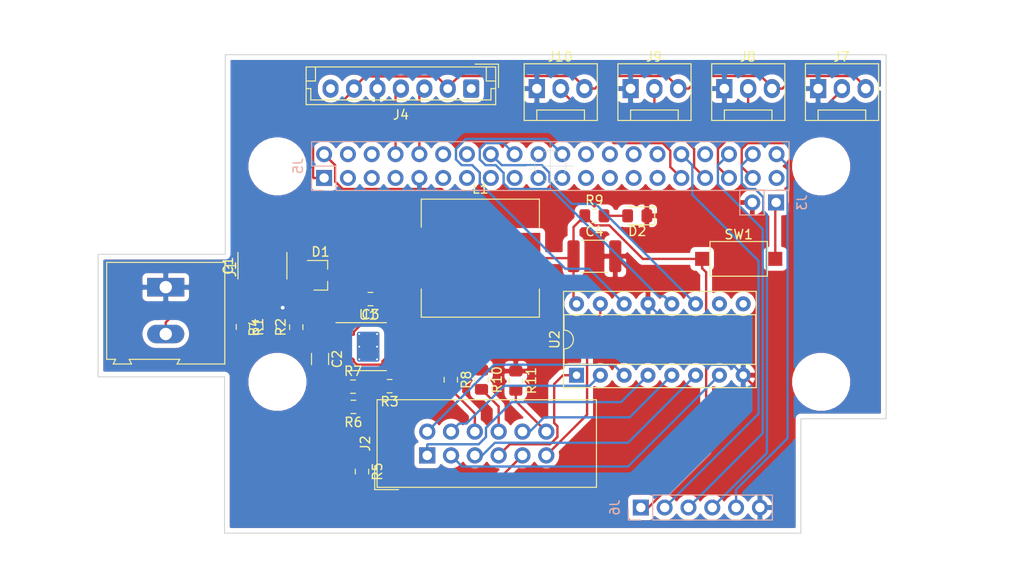
<source format=kicad_pcb>
(kicad_pcb (version 20171130) (host pcbnew "(5.1.2)-2")
  (title_block (title Saufanalge) (date 2019-06-13) (rev 0.1) (company Saufhaengerle) (comment 1 bebbo))
  (layers (0 F.Cu signal) (31 B.Cu signal) (34 B.Paste user) (35 F.Paste user) (36 B.SilkS user) (37 F.SilkS user) (38 B.Mask user) (39 F.Mask user) (44 Edge.Cuts user))
  (net 0 "")
  (net 1 +12V)
  (net 2 GND)
  (net 3 "Net-(C2-Pad1)")
  (net 4 "Net-(C2-Pad2)")
  (net 5 "Net-(C3-Pad1)")
  (net 6 "Net-(C3-Pad2)")
  (net 7 +5V)
  (net 8 "Net-(D2-Pad2)")
  (net 9 "Net-(J2-Pad1)")
  (net 10 "Net-(J2-Pad2)")
  (net 11 "Net-(J2-Pad3)")
  (net 12 "Net-(J2-Pad4)")
  (net 13 "Net-(J2-Pad5)")
  (net 14 "Net-(J2-Pad6)")
  (net 15 "Net-(J2-Pad7)")
  (net 16 "Net-(J2-Pad8)")
  (net 17 "Net-(J2-Pad9)")
  (net 18 "Net-(J2-Pad10)")
  (net 19 "Net-(J2-Pad11)")
  (net 20 "Net-(J2-Pad12)")
  (net 21 "Net-(J3-Pad1)")
  (net 22 "Net-(J4-Pad1)")
  (net 23 +3V3)
  (net 24 "Net-(J4-Pad3)")
  (net 25 "Net-(J4-Pad4)")
  (net 26 "Net-(J4-Pad7)")
  (net 27 "Net-(J5-Pad3)")
  (net 28 "Net-(J5-Pad4)")
  (net 29 "Net-(J5-Pad5)")
  (net 30 "Net-(J5-Pad6)")
  (net 31 "Net-(J5-Pad7)")
  (net 32 "Net-(J5-Pad11)")
  (net 33 "Net-(J5-Pad12)")
  (net 34 "Net-(J5-Pad13)")
  (net 35 "Net-(J5-Pad14)")
  (net 36 "Net-(J5-Pad15)")
  (net 37 "Net-(J5-Pad16)")
  (net 38 "Net-(J5-Pad17)")
  (net 39 "Net-(J5-Pad18)")
  (net 40 "Net-(J5-Pad19)")
  (net 41 "Net-(J5-Pad20)")
  (net 42 "Net-(J5-Pad21)")
  (net 43 "Net-(J5-Pad22)")
  (net 44 "Net-(J5-Pad23)")
  (net 45 "Net-(J5-Pad24)")
  (net 46 "Net-(J5-Pad25)")
  (net 47 "Net-(J5-Pad26)")
  (net 48 "Net-(J5-Pad27)")
  (net 49 "Net-(J5-Pad28)")
  (net 50 "Net-(J5-Pad29)")
  (net 51 "Net-(J5-Pad30)")
  (net 52 "Net-(J10-Pad2)")
  (net 53 "Net-(J5-Pad32)")
  (net 54 "Net-(J5-Pad33)")
  (net 55 "Net-(J5-Pad34)")
  (net 56 "Net-(J5-Pad35)")
  (net 57 "Net-(J5-Pad36)")
  (net 58 "Net-(J5-Pad37)")
  (net 59 "Net-(J5-Pad38)")
  (net 60 "Net-(J5-Pad39)")
  (net 61 "Net-(J5-Pad40)")
  (net 62 "Net-(R1-Pad2)")
  (net 63 "Net-(R3-Pad1)")
  (net 64 "Net-(R6-Pad2)")
  (net 65 "Net-(U2-Pad9)")
  (net 66 "Net-(U2-Pad10)")
  (module Capacitor_SMD:C_2220_5650Metric_Pad1.97x5.40mm_HandSolder (layer F.Cu) (at 68.7324 73.914 90)
    (fp_text reference C1 (at 0 -3.65 90) (layer F.SilkS))
    (fp_text value C)
    (pad 1 smd roundrect (at -2.6375 0 90) (size 1.975 5.4) (layers F.Cu F.Paste F.Mask) (roundrect_rratio 0.126582) (net 1 +12V))
    (pad 2 smd roundrect (at 2.6375 0 90) (size 1.975 5.4) (layers F.Cu F.Paste F.Mask) (roundrect_rratio 0.126582) (net 2 GND))
  )
  (module Capacitor_SMD:C_1206_3216Metric_Pad1.42x1.75mm_HandSolder (layer F.Cu) (at 74.8792 83.8708 270)
    (fp_text reference C2 (at 0 -1.82 90) (layer F.SilkS))
    (fp_text value C)
    (pad 1 smd roundrect (at -1.4875 0 270) (size 1.425 1.75) (layers F.Cu F.Paste F.Mask) (roundrect_rratio 0.175439) (net 3 "Net-(C2-Pad1)"))
    (pad 2 smd roundrect (at 1.4875 0 270) (size 1.425 1.75) (layers F.Cu F.Paste F.Mask) (roundrect_rratio 0.175439) (net 4 "Net-(C2-Pad2)"))
  )
  (module Capacitor_SMD:C_0805_2012Metric_Pad1.15x1.40mm_HandSolder (layer F.Cu) (at 80.255 77.47 180)
    (fp_text reference C3 (at 0 -1.65) (layer F.SilkS))
    (fp_text value C)
    (pad 1 smd roundrect (at -1.025 0 180) (size 1.15 1.4) (layers F.Cu F.Paste F.Mask) (roundrect_rratio 0.217391) (net 5 "Net-(C3-Pad1)"))
    (pad 2 smd roundrect (at 1.025 0 180) (size 1.15 1.4) (layers F.Cu F.Paste F.Mask) (roundrect_rratio 0.217391) (net 6 "Net-(C3-Pad2)"))
  )
  (module Capacitor_SMD:C_1812_4532Metric_Pad1.30x3.40mm_HandSolder (layer F.Cu) (at 104.14 72.898)
    (fp_text reference C4 (at 0 -2.65) (layer F.SilkS))
    (fp_text value C)
    (pad 1 smd roundrect (at -2.225 0) (size 1.3 3.4) (layers F.Cu F.Paste F.Mask) (roundrect_rratio 0.192308) (net 7 +5V))
    (pad 2 smd roundrect (at 2.225 0) (size 1.3 3.4) (layers F.Cu F.Paste F.Mask) (roundrect_rratio 0.192308) (net 2 GND))
  )
  (module Diode_SMD:D_SOT-23_ANK (layer F.Cu) (at 74.93 74.93)
    (fp_text reference D1 (at 0 -2.5) (layer F.SilkS))
    (fp_text value D_Schottky)
    (pad 2 smd rect (at -1 -0.95) (size 0.9 0.8) (layers F.Cu F.Paste F.Mask) (net 2 GND))
    (pad "" smd rect (at -1 0.95) (size 0.9 0.8) (layers F.Cu F.Paste F.Mask))
    (pad 1 smd rect (at 1 0) (size 0.9 0.8) (layers F.Cu F.Paste F.Mask) (net 6 "Net-(C3-Pad2)"))
  )
  (module LED_SMD:LED_0805_2012Metric_Pad1.15x1.40mm_HandSolder (layer F.Cu) (at 108.712 68.58 180)
    (fp_text reference D2 (at 0 -1.65) (layer F.SilkS))
    (fp_text value LED)
    (pad 1 smd roundrect (at -1.025 0 180) (size 1.15 1.4) (layers F.Cu F.Paste F.Mask) (roundrect_rratio 0.217391) (net 2 GND))
    (pad 2 smd roundrect (at 1.025 0 180) (size 1.15 1.4) (layers F.Cu F.Paste F.Mask) (roundrect_rratio 0.217391) (net 8 "Net-(D2-Pad2)"))
  )
  (module TerminalBlock:TerminalBlock_Altech_AK300-2_P5.00mm (layer F.Cu) (at 58.42 76.2 270)
    (fp_text reference J1 (at -1.92 -6.99 90) (layer F.SilkS))
    (fp_text value Screw_Terminal_01x02)
    (pad 1 thru_hole rect (at 0 0 270) (size 1.98 3.96) (drill 1.32) (layers *.Cu *.Mask) (net 2 GND))
    (pad 2 thru_hole oval (at 5 0 270) (size 1.98 3.96) (drill 1.32) (layers *.Cu *.Mask) (net 1 +12V))
  )
  (module Connector_IDC:IDC-Header_2x06_P2.54mm_Vertical (layer F.Cu) (at 86.3092 94.1578 90)
    (fp_text reference J2 (at 1.27 -6.604 90) (layer F.SilkS))
    (fp_text value Conn_02x06_Odd_Even)
    (pad 1 thru_hole rect (at 0 0 90) (size 1.7272 1.7272) (drill 1.016) (layers *.Cu *.Mask) (net 9 "Net-(J2-Pad1)"))
    (pad 2 thru_hole oval (at 2.54 0 90) (size 1.7272 1.7272) (drill 1.016) (layers *.Cu *.Mask) (net 10 "Net-(J2-Pad2)"))
    (pad 3 thru_hole oval (at 0 2.54 90) (size 1.7272 1.7272) (drill 1.016) (layers *.Cu *.Mask) (net 11 "Net-(J2-Pad3)"))
    (pad 4 thru_hole oval (at 2.54 2.54 90) (size 1.7272 1.7272) (drill 1.016) (layers *.Cu *.Mask) (net 12 "Net-(J2-Pad4)"))
    (pad 5 thru_hole oval (at 0 5.08 90) (size 1.7272 1.7272) (drill 1.016) (layers *.Cu *.Mask) (net 13 "Net-(J2-Pad5)"))
    (pad 6 thru_hole oval (at 2.54 5.08 90) (size 1.7272 1.7272) (drill 1.016) (layers *.Cu *.Mask) (net 14 "Net-(J2-Pad6)"))
    (pad 7 thru_hole oval (at 0 7.62 90) (size 1.7272 1.7272) (drill 1.016) (layers *.Cu *.Mask) (net 15 "Net-(J2-Pad7)"))
    (pad 8 thru_hole oval (at 2.54 7.62 90) (size 1.7272 1.7272) (drill 1.016) (layers *.Cu *.Mask) (net 16 "Net-(J2-Pad8)"))
    (pad 9 thru_hole oval (at 0 10.16 90) (size 1.7272 1.7272) (drill 1.016) (layers *.Cu *.Mask) (net 17 "Net-(J2-Pad9)"))
    (pad 10 thru_hole oval (at 2.54 10.16 90) (size 1.7272 1.7272) (drill 1.016) (layers *.Cu *.Mask) (net 18 "Net-(J2-Pad10)"))
    (pad 11 thru_hole oval (at 0 12.7 90) (size 1.7272 1.7272) (drill 1.016) (layers *.Cu *.Mask) (net 19 "Net-(J2-Pad11)"))
    (pad 12 thru_hole oval (at 2.54 12.7 90) (size 1.7272 1.7272) (drill 1.016) (layers *.Cu *.Mask) (net 20 "Net-(J2-Pad12)"))
  )
  (module Connector_PinSocket_2.54mm:PinSocket_1x02_P2.54mm_Vertical (layer B.Cu) (at 123.5202 67.1576 90)
    (fp_text reference J3 (at 0 2.77 90) (layer B.SilkS) (effects (justify mirror)))
    (fp_text value Conn_01x02_Female)
    (pad 1 thru_hole rect (at 0 0 90) (size 1.7 1.7) (drill 1) (layers *.Cu *.Mask) (net 21 "Net-(J3-Pad1)"))
    (pad 2 thru_hole oval (at 0 -2.54 90) (size 1.7 1.7) (drill 1) (layers *.Cu *.Mask) (net 2 GND))
  )
  (module Connector_JST:JST_EH_B7B-EH-A_1x07_P2.50mm_Vertical (layer F.Cu) (at 91 55 180)
    (fp_text reference J4 (at 7.5 -2.8) (layer F.SilkS))
    (fp_text value Conn_01x07_Male)
    (pad 1 thru_hole roundrect (at 0 0 180) (size 1.7 1.95) (drill 0.95) (layers *.Cu *.Mask) (roundrect_rratio 0.147059) (net 22 "Net-(J4-Pad1)"))
    (pad 2 thru_hole oval (at 2.5 0 180) (size 1.7 1.95) (drill 0.95) (layers *.Cu *.Mask) (net 23 +3V3))
    (pad 3 thru_hole oval (at 5 0 180) (size 1.7 1.95) (drill 0.95) (layers *.Cu *.Mask) (net 24 "Net-(J4-Pad3)"))
    (pad 4 thru_hole oval (at 7.5 0 180) (size 1.7 1.95) (drill 0.95) (layers *.Cu *.Mask) (net 25 "Net-(J4-Pad4)"))
    (pad 5 thru_hole oval (at 10 0 180) (size 1.7 1.95) (drill 0.95) (layers *.Cu *.Mask) (net 2 GND))
    (pad 6 thru_hole oval (at 12.5 0 180) (size 1.7 1.95) (drill 0.95) (layers *.Cu *.Mask) (net 23 +3V3))
    (pad 7 thru_hole oval (at 15 0 180) (size 1.7 1.95) (drill 0.95) (layers *.Cu *.Mask) (net 26 "Net-(J4-Pad7)"))
  )
  (module Connector_PinSocket_2.54mm:PinSocket_2x20_P2.54mm_Vertical (layer B.Cu) (at 75.311 64.5414 270)
    (fp_text reference J5 (at -1.27 2.77 270) (layer B.SilkS) (effects (justify mirror)))
    (fp_text value Conn_02x20_Odd_Even)
    (pad 1 thru_hole rect (at 0 0 270) (size 1.7 1.7) (drill 1) (layers *.Cu *.Mask) (net 23 +3V3))
    (pad 2 thru_hole oval (at -2.54 0 270) (size 1.7 1.7) (drill 1) (layers *.Cu *.Mask) (net 7 +5V))
    (pad 3 thru_hole oval (at 0 -2.54 270) (size 1.7 1.7) (drill 1) (layers *.Cu *.Mask) (net 27 "Net-(J5-Pad3)"))
    (pad 4 thru_hole oval (at -2.54 -2.54 270) (size 1.7 1.7) (drill 1) (layers *.Cu *.Mask) (net 28 "Net-(J5-Pad4)"))
    (pad 5 thru_hole oval (at 0 -5.08 270) (size 1.7 1.7) (drill 1) (layers *.Cu *.Mask) (net 29 "Net-(J5-Pad5)"))
    (pad 6 thru_hole oval (at -2.54 -5.08 270) (size 1.7 1.7) (drill 1) (layers *.Cu *.Mask) (net 30 "Net-(J5-Pad6)"))
    (pad 7 thru_hole oval (at 0 -7.62 270) (size 1.7 1.7) (drill 1) (layers *.Cu *.Mask) (net 31 "Net-(J5-Pad7)"))
    (pad 8 thru_hole oval (at -2.54 -7.62 270) (size 1.7 1.7) (drill 1) (layers *.Cu *.Mask) (net 25 "Net-(J4-Pad4)"))
    (pad 9 thru_hole oval (at 0 -10.16 270) (size 1.7 1.7) (drill 1) (layers *.Cu *.Mask) (net 2 GND))
    (pad 10 thru_hole oval (at -2.54 -10.16 270) (size 1.7 1.7) (drill 1) (layers *.Cu *.Mask) (net 24 "Net-(J4-Pad3)"))
    (pad 11 thru_hole oval (at 0 -12.7 270) (size 1.7 1.7) (drill 1) (layers *.Cu *.Mask) (net 32 "Net-(J5-Pad11)"))
    (pad 12 thru_hole oval (at -2.54 -12.7 270) (size 1.7 1.7) (drill 1) (layers *.Cu *.Mask) (net 33 "Net-(J5-Pad12)"))
    (pad 13 thru_hole oval (at 0 -15.24 270) (size 1.7 1.7) (drill 1) (layers *.Cu *.Mask) (net 34 "Net-(J5-Pad13)"))
    (pad 14 thru_hole oval (at -2.54 -15.24 270) (size 1.7 1.7) (drill 1) (layers *.Cu *.Mask) (net 35 "Net-(J5-Pad14)"))
    (pad 15 thru_hole oval (at 0 -17.78 270) (size 1.7 1.7) (drill 1) (layers *.Cu *.Mask) (net 36 "Net-(J5-Pad15)"))
    (pad 16 thru_hole oval (at -2.54 -17.78 270) (size 1.7 1.7) (drill 1) (layers *.Cu *.Mask) (net 37 "Net-(J5-Pad16)"))
    (pad 17 thru_hole oval (at 0 -20.32 270) (size 1.7 1.7) (drill 1) (layers *.Cu *.Mask) (net 38 "Net-(J5-Pad17)"))
    (pad 18 thru_hole oval (at -2.54 -20.32 270) (size 1.7 1.7) (drill 1) (layers *.Cu *.Mask) (net 39 "Net-(J5-Pad18)"))
    (pad 19 thru_hole oval (at 0 -22.86 270) (size 1.7 1.7) (drill 1) (layers *.Cu *.Mask) (net 40 "Net-(J5-Pad19)"))
    (pad 20 thru_hole oval (at -2.54 -22.86 270) (size 1.7 1.7) (drill 1) (layers *.Cu *.Mask) (net 41 "Net-(J5-Pad20)"))
    (pad 21 thru_hole oval (at 0 -25.4 270) (size 1.7 1.7) (drill 1) (layers *.Cu *.Mask) (net 42 "Net-(J5-Pad21)"))
    (pad 22 thru_hole oval (at -2.54 -25.4 270) (size 1.7 1.7) (drill 1) (layers *.Cu *.Mask) (net 43 "Net-(J5-Pad22)"))
    (pad 23 thru_hole oval (at 0 -27.94 270) (size 1.7 1.7) (drill 1) (layers *.Cu *.Mask) (net 44 "Net-(J5-Pad23)"))
    (pad 24 thru_hole oval (at -2.54 -27.94 270) (size 1.7 1.7) (drill 1) (layers *.Cu *.Mask) (net 45 "Net-(J5-Pad24)"))
    (pad 25 thru_hole oval (at 0 -30.48 270) (size 1.7 1.7) (drill 1) (layers *.Cu *.Mask) (net 46 "Net-(J5-Pad25)"))
    (pad 26 thru_hole oval (at -2.54 -30.48 270) (size 1.7 1.7) (drill 1) (layers *.Cu *.Mask) (net 47 "Net-(J5-Pad26)"))
    (pad 27 thru_hole oval (at 0 -33.02 270) (size 1.7 1.7) (drill 1) (layers *.Cu *.Mask) (net 48 "Net-(J5-Pad27)"))
    (pad 28 thru_hole oval (at -2.54 -33.02 270) (size 1.7 1.7) (drill 1) (layers *.Cu *.Mask) (net 49 "Net-(J5-Pad28)"))
    (pad 29 thru_hole oval (at 0 -35.56 270) (size 1.7 1.7) (drill 1) (layers *.Cu *.Mask) (net 50 "Net-(J5-Pad29)"))
    (pad 30 thru_hole oval (at -2.54 -35.56 270) (size 1.7 1.7) (drill 1) (layers *.Cu *.Mask) (net 51 "Net-(J5-Pad30)"))
    (pad 31 thru_hole oval (at 0 -38.1 270) (size 1.7 1.7) (drill 1) (layers *.Cu *.Mask) (net 52 "Net-(J10-Pad2)"))
    (pad 32 thru_hole oval (at -2.54 -38.1 270) (size 1.7 1.7) (drill 1) (layers *.Cu *.Mask) (net 53 "Net-(J5-Pad32)"))
    (pad 33 thru_hole oval (at 0 -40.64 270) (size 1.7 1.7) (drill 1) (layers *.Cu *.Mask) (net 54 "Net-(J5-Pad33)"))
    (pad 34 thru_hole oval (at -2.54 -40.64 270) (size 1.7 1.7) (drill 1) (layers *.Cu *.Mask) (net 55 "Net-(J5-Pad34)"))
    (pad 35 thru_hole oval (at 0 -43.18 270) (size 1.7 1.7) (drill 1) (layers *.Cu *.Mask) (net 56 "Net-(J5-Pad35)"))
    (pad 36 thru_hole oval (at -2.54 -43.18 270) (size 1.7 1.7) (drill 1) (layers *.Cu *.Mask) (net 57 "Net-(J5-Pad36)"))
    (pad 37 thru_hole oval (at 0 -45.72 270) (size 1.7 1.7) (drill 1) (layers *.Cu *.Mask) (net 58 "Net-(J5-Pad37)"))
    (pad 38 thru_hole oval (at -2.54 -45.72 270) (size 1.7 1.7) (drill 1) (layers *.Cu *.Mask) (net 59 "Net-(J5-Pad38)"))
    (pad 39 thru_hole oval (at 0 -48.26 270) (size 1.7 1.7) (drill 1) (layers *.Cu *.Mask) (net 60 "Net-(J5-Pad39)"))
    (pad 40 thru_hole oval (at -2.54 -48.26 270) (size 1.7 1.7) (drill 1) (layers *.Cu *.Mask) (net 61 "Net-(J5-Pad40)"))
  )
  (module Connector_PinSocket_2.54mm:PinSocket_1x06_P2.54mm_Vertical (layer B.Cu) (at 109.093 99.7204 270)
    (fp_text reference J6 (at 0 2.77 90) (layer B.SilkS) (effects (justify mirror)))
    (fp_text value Conn_01x06_Female)
    (pad 1 thru_hole rect (at 0 0 270) (size 1.7 1.7) (drill 1) (layers *.Cu *.Mask) (net 7 +5V))
    (pad 2 thru_hole oval (at 0 -2.54 270) (size 1.7 1.7) (drill 1) (layers *.Cu *.Mask) (net 53 "Net-(J5-Pad32)"))
    (pad 3 thru_hole oval (at 0 -5.08 270) (size 1.7 1.7) (drill 1) (layers *.Cu *.Mask) (net 57 "Net-(J5-Pad36)"))
    (pad 4 thru_hole oval (at 0 -7.62 270) (size 1.7 1.7) (drill 1) (layers *.Cu *.Mask) (net 59 "Net-(J5-Pad38)"))
    (pad 5 thru_hole oval (at 0 -10.16 270) (size 1.7 1.7) (drill 1) (layers *.Cu *.Mask) (net 61 "Net-(J5-Pad40)"))
    (pad 6 thru_hole oval (at 0 -12.7 270) (size 1.7 1.7) (drill 1) (layers *.Cu *.Mask) (net 2 GND))
  )
  (module Connector:FanPinHeader_1x03_P2.54mm_Vertical (layer F.Cu) (at 128 55)
    (fp_text reference J7 (at 2.5 -3.4) (layer F.SilkS))
    (fp_text value Conn_01x03_Male)
    (pad 1 thru_hole rect (at 0 0 90) (size 2.03 1.73) (drill 1.02) (layers *.Cu *.Mask) (net 2 GND))
    (pad 2 thru_hole oval (at 2.54 0 90) (size 2.03 1.73) (drill 1.02) (layers *.Cu *.Mask) (net 58 "Net-(J5-Pad37)"))
    (pad 3 thru_hole oval (at 5.08 0 90) (size 2.03 1.73) (drill 1.02) (layers *.Cu *.Mask) (net 23 +3V3))
  )
  (module Connector:FanPinHeader_1x03_P2.54mm_Vertical (layer F.Cu) (at 118 55)
    (fp_text reference J8 (at 2.5 -3.4) (layer F.SilkS))
    (fp_text value Conn_01x03_Male)
    (pad 3 thru_hole oval (at 5.08 0 90) (size 2.03 1.73) (drill 1.02) (layers *.Cu *.Mask) (net 23 +3V3))
    (pad 2 thru_hole oval (at 2.54 0 90) (size 2.03 1.73) (drill 1.02) (layers *.Cu *.Mask) (net 56 "Net-(J5-Pad35)"))
    (pad 1 thru_hole rect (at 0 0 90) (size 2.03 1.73) (drill 1.02) (layers *.Cu *.Mask) (net 2 GND))
  )
  (module Connector:FanPinHeader_1x03_P2.54mm_Vertical (layer F.Cu) (at 108 55)
    (fp_text reference J9 (at 2.5 -3.4) (layer F.SilkS))
    (fp_text value Conn_01x03_Male)
    (pad 1 thru_hole rect (at 0 0 90) (size 2.03 1.73) (drill 1.02) (layers *.Cu *.Mask) (net 2 GND))
    (pad 2 thru_hole oval (at 2.54 0 90) (size 2.03 1.73) (drill 1.02) (layers *.Cu *.Mask) (net 54 "Net-(J5-Pad33)"))
    (pad 3 thru_hole oval (at 5.08 0 90) (size 2.03 1.73) (drill 1.02) (layers *.Cu *.Mask) (net 23 +3V3))
  )
  (module Connector:FanPinHeader_1x03_P2.54mm_Vertical (layer F.Cu) (at 98 55)
    (fp_text reference J10 (at 2.5 -3.4) (layer F.SilkS))
    (fp_text value Conn_01x03_Male)
    (pad 3 thru_hole oval (at 5.08 0 90) (size 2.03 1.73) (drill 1.02) (layers *.Cu *.Mask) (net 23 +3V3))
    (pad 2 thru_hole oval (at 2.54 0 90) (size 2.03 1.73) (drill 1.02) (layers *.Cu *.Mask) (net 52 "Net-(J10-Pad2)"))
    (pad 1 thru_hole rect (at 0 0 90) (size 2.03 1.73) (drill 1.02) (layers *.Cu *.Mask) (net 2 GND))
  )
  (module Inductor_SMD:L_12x12mm_H8mm (layer F.Cu) (at 91.9734 73.1012)
    (fp_text reference L1 (at 0 -7.4) (layer F.SilkS))
    (fp_text value L)
    (pad 1 smd rect (at -4.95 0) (size 2.9 5.4) (layers F.Cu F.Paste F.Mask) (net 6 "Net-(C3-Pad2)"))
    (pad 2 smd rect (at 4.95 0) (size 2.9 5.4) (layers F.Cu F.Paste F.Mask) (net 7 +5V))
  )
  (module Resistor_SMD:R_0805_2012Metric_Pad1.15x1.40mm_HandSolder (layer F.Cu) (at 66.6496 80.4418 270)
    (fp_text reference R1 (at 0 -1.65 90) (layer F.SilkS))
    (fp_text value R)
    (pad 1 smd roundrect (at -1.025 0 270) (size 1.15 1.4) (layers F.Cu F.Paste F.Mask) (roundrect_rratio 0.217391) (net 1 +12V))
    (pad 2 smd roundrect (at 1.025 0 270) (size 1.15 1.4) (layers F.Cu F.Paste F.Mask) (roundrect_rratio 0.217391) (net 62 "Net-(R1-Pad2)"))
  )
  (module Resistor_SMD:R_0805_2012Metric_Pad1.15x1.40mm_HandSolder (layer F.Cu) (at 72.3392 80.4672 90)
    (fp_text reference R2 (at 0 -1.65 90) (layer F.SilkS))
    (fp_text value R)
    (pad 1 smd roundrect (at -1.025 0 90) (size 1.15 1.4) (layers F.Cu F.Paste F.Mask) (roundrect_rratio 0.217391) (net 62 "Net-(R1-Pad2)"))
    (pad 2 smd roundrect (at 1.025 0 90) (size 1.15 1.4) (layers F.Cu F.Paste F.Mask) (roundrect_rratio 0.217391) (net 2 GND))
  )
  (module Resistor_SMD:R_0805_2012Metric_Pad1.15x1.40mm_HandSolder (layer F.Cu) (at 82.296 86.7664 180)
    (fp_text reference R3 (at 0 -1.65) (layer F.SilkS))
    (fp_text value R)
    (pad 2 smd roundrect (at 1.025 0 180) (size 1.15 1.4) (layers F.Cu F.Paste F.Mask) (roundrect_rratio 0.217391) (net 2 GND))
    (pad 1 smd roundrect (at -1.025 0 180) (size 1.15 1.4) (layers F.Cu F.Paste F.Mask) (roundrect_rratio 0.217391) (net 63 "Net-(R3-Pad1)"))
  )
  (module Resistor_SMD:R_0805_2012Metric_Pad1.15x1.40mm_HandSolder (layer F.Cu) (at 69.4944 80.4926 90)
    (fp_text reference R4 (at 0 -1.65 90) (layer F.SilkS))
    (fp_text value R)
    (pad 1 smd roundrect (at -1.025 0 90) (size 1.15 1.4) (layers F.Cu F.Paste F.Mask) (roundrect_rratio 0.217391) (net 4 "Net-(C2-Pad2)"))
    (pad 2 smd roundrect (at 1.025 0 90) (size 1.15 1.4) (layers F.Cu F.Paste F.Mask) (roundrect_rratio 0.217391) (net 2 GND))
  )
  (module Resistor_SMD:R_0805_2012Metric_Pad1.15x1.40mm_HandSolder (layer F.Cu) (at 79.3496 95.885 270)
    (fp_text reference R5 (at 0 -1.65 90) (layer F.SilkS))
    (fp_text value R)
    (pad 1 smd roundrect (at -1.025 0 270) (size 1.15 1.4) (layers F.Cu F.Paste F.Mask) (roundrect_rratio 0.217391) (net 2 GND))
    (pad 2 smd roundrect (at 1.025 0 270) (size 1.15 1.4) (layers F.Cu F.Paste F.Mask) (roundrect_rratio 0.217391) (net 17 "Net-(J2-Pad9)"))
  )
  (module Resistor_SMD:R_0805_2012Metric_Pad1.15x1.40mm_HandSolder (layer F.Cu) (at 78.4352 88.9762 180)
    (fp_text reference R6 (at 0 -1.65) (layer F.SilkS))
    (fp_text value R)
    (pad 2 smd roundrect (at 1.025 0 180) (size 1.15 1.4) (layers F.Cu F.Paste F.Mask) (roundrect_rratio 0.217391) (net 64 "Net-(R6-Pad2)"))
    (pad 1 smd roundrect (at -1.025 0 180) (size 1.15 1.4) (layers F.Cu F.Paste F.Mask) (roundrect_rratio 0.217391) (net 7 +5V))
  )
  (module Resistor_SMD:R_0805_2012Metric_Pad1.15x1.40mm_HandSolder (layer F.Cu) (at 78.4008 86.8172)
    (fp_text reference R7 (at 0 -1.65) (layer F.SilkS))
    (fp_text value R)
    (pad 1 smd roundrect (at -1.025 0) (size 1.15 1.4) (layers F.Cu F.Paste F.Mask) (roundrect_rratio 0.217391) (net 64 "Net-(R6-Pad2)"))
    (pad 2 smd roundrect (at 1.025 0) (size 1.15 1.4) (layers F.Cu F.Paste F.Mask) (roundrect_rratio 0.217391) (net 2 GND))
  )
  (module Resistor_SMD:R_0805_2012Metric_Pad1.15x1.40mm_HandSolder (layer F.Cu) (at 88.8238 86.0806 270)
    (fp_text reference R8 (at 0 -1.65 90) (layer F.SilkS))
    (fp_text value R)
    (pad 1 smd roundrect (at -1.025 0 270) (size 1.15 1.4) (layers F.Cu F.Paste F.Mask) (roundrect_rratio 0.217391) (net 2 GND))
    (pad 2 smd roundrect (at 1.025 0 270) (size 1.15 1.4) (layers F.Cu F.Paste F.Mask) (roundrect_rratio 0.217391) (net 14 "Net-(J2-Pad6)"))
  )
  (module Resistor_SMD:R_0805_2012Metric_Pad1.15x1.40mm_HandSolder (layer F.Cu) (at 104.14 68.58)
    (fp_text reference R9 (at 0 -1.65) (layer F.SilkS))
    (fp_text value R)
    (pad 2 smd roundrect (at 1.025 0) (size 1.15 1.4) (layers F.Cu F.Paste F.Mask) (roundrect_rratio 0.217391) (net 8 "Net-(D2-Pad2)"))
    (pad 1 smd roundrect (at -1.025 0) (size 1.15 1.4) (layers F.Cu F.Paste F.Mask) (roundrect_rratio 0.217391) (net 7 +5V))
  )
  (module Resistor_SMD:R_0805_2012Metric_Pad1.15x1.40mm_HandSolder (layer F.Cu) (at 92.1004 86.0806 270)
    (fp_text reference R10 (at 0 -1.65 90) (layer F.SilkS))
    (fp_text value R)
    (pad 2 smd roundrect (at 1.025 0 270) (size 1.15 1.4) (layers F.Cu F.Paste F.Mask) (roundrect_rratio 0.217391) (net 16 "Net-(J2-Pad8)"))
    (pad 1 smd roundrect (at -1.025 0 270) (size 1.15 1.4) (layers F.Cu F.Paste F.Mask) (roundrect_rratio 0.217391) (net 2 GND))
  )
  (module Resistor_SMD:R_0805_2012Metric_Pad1.15x1.40mm_HandSolder (layer F.Cu) (at 95.758 86.1822 270)
    (fp_text reference R11 (at 0 -1.65 90) (layer F.SilkS))
    (fp_text value R)
    (pad 2 smd roundrect (at 1.025 0 270) (size 1.15 1.4) (layers F.Cu F.Paste F.Mask) (roundrect_rratio 0.217391) (net 20 "Net-(J2-Pad12)"))
    (pad 1 smd roundrect (at -1.025 0 270) (size 1.15 1.4) (layers F.Cu F.Paste F.Mask) (roundrect_rratio 0.217391) (net 2 GND))
  )
  (module Button_Switch_SMD:SW_SPST_CK_RS282G05A3 (layer F.Cu) (at 119.5324 73.1774)
    (fp_text reference SW1 (at 0 -2.6) (layer F.SilkS))
    (fp_text value SW_Push)
    (pad 1 smd rect (at -3.9 0) (size 1.5 1.5) (layers F.Cu F.Paste F.Mask) (net 7 +5V))
    (pad 2 smd rect (at 3.9 0) (size 1.5 1.5) (layers F.Cu F.Paste F.Mask) (net 21 "Net-(J3-Pad1)"))
  )
  (module Package_SO:HTSOP-8-1EP_3.9x4.9mm_P1.27mm_EP2.4x3.2mm_ThermalVias (layer F.Cu) (at 80.01 82.55)
    (fp_text reference U1 (at 0 -3.4) (layer F.SilkS))
    (fp_text value BD9G341EFJ)
    (pad 9 smd roundrect (at 0 0) (size 2.4 3.2) (layers F.Cu F.Mask) (roundrect_rratio 0.104167))
    (pad 9 thru_hole circle (at -0.95 -1.35) (size 0.5 0.5) (drill 0.2) (layers *.Cu))
    (pad 9 thru_hole circle (at 0.95 -1.35) (size 0.5 0.5) (drill 0.2) (layers *.Cu))
    (pad 9 thru_hole circle (at -0.95 0) (size 0.5 0.5) (drill 0.2) (layers *.Cu))
    (pad 9 thru_hole circle (at 0.95 0) (size 0.5 0.5) (drill 0.2) (layers *.Cu))
    (pad 9 thru_hole circle (at -0.95 1.35) (size 0.5 0.5) (drill 0.2) (layers *.Cu))
    (pad 9 thru_hole circle (at 0.95 1.35) (size 0.5 0.5) (drill 0.2) (layers *.Cu))
    (pad 9 smd roundrect (at 0 0) (size 2.4 3.2) (layers B.Cu) (roundrect_rratio 0.104167))
    (pad 1 smd roundrect (at -2.65 -1.905) (size 1.6 0.6) (layers F.Cu F.Paste F.Mask) (net 6 "Net-(C3-Pad2)"))
    (pad 2 smd roundrect (at -2.65 -0.635) (size 1.6 0.6) (layers F.Cu F.Paste F.Mask) (net 2 GND))
    (pad 3 smd roundrect (at -2.65 0.635) (size 1.6 0.6) (layers F.Cu F.Paste F.Mask) (net 3 "Net-(C2-Pad1)"))
    (pad 4 smd roundrect (at -2.65 1.905) (size 1.6 0.6) (layers F.Cu F.Paste F.Mask) (net 64 "Net-(R6-Pad2)"))
    (pad 5 smd roundrect (at 2.65 1.905) (size 1.6 0.6) (layers F.Cu F.Paste F.Mask) (net 63 "Net-(R3-Pad1)"))
    (pad 6 smd roundrect (at 2.65 0.635) (size 1.6 0.6) (layers F.Cu F.Paste F.Mask) (net 62 "Net-(R1-Pad2)"))
    (pad 7 smd roundrect (at 2.65 -0.635) (size 1.6 0.6) (layers F.Cu F.Paste F.Mask) (net 5 "Net-(C3-Pad1)"))
    (pad 8 smd roundrect (at 2.65 -1.905) (size 1.6 0.6) (layers F.Cu F.Paste F.Mask) (net 1 +12V))
  )
  (module Package_DIP:DIP-16_W7.62mm_Socket (layer F.Cu) (at 102.235 85.598 90)
    (fp_text reference U2 (at 3.81 -2.33 90) (layer F.SilkS))
    (fp_text value 74HC595)
    (pad 1 thru_hole rect (at 0 0 90) (size 1.6 1.6) (drill 0.8) (layers *.Cu *.Mask) (net 15 "Net-(J2-Pad7)"))
    (pad 9 thru_hole oval (at 7.62 17.78 90) (size 1.6 1.6) (drill 0.8) (layers *.Cu *.Mask) (net 65 "Net-(U2-Pad9)"))
    (pad 2 thru_hole oval (at 0 2.54 90) (size 1.6 1.6) (drill 0.8) (layers *.Cu *.Mask) (net 12 "Net-(J2-Pad4)"))
    (pad 10 thru_hole oval (at 7.62 15.24 90) (size 1.6 1.6) (drill 0.8) (layers *.Cu *.Mask) (net 66 "Net-(U2-Pad10)"))
    (pad 3 thru_hole oval (at 0 5.08 90) (size 1.6 1.6) (drill 0.8) (layers *.Cu *.Mask) (net 10 "Net-(J2-Pad2)"))
    (pad 11 thru_hole oval (at 7.62 12.7 90) (size 1.6 1.6) (drill 0.8) (layers *.Cu *.Mask) (net 37 "Net-(J5-Pad16)"))
    (pad 4 thru_hole oval (at 0 7.62 90) (size 1.6 1.6) (drill 0.8) (layers *.Cu *.Mask) (net 9 "Net-(J2-Pad1)"))
    (pad 12 thru_hole oval (at 7.62 10.16 90) (size 1.6 1.6) (drill 0.8) (layers *.Cu *.Mask) (net 39 "Net-(J5-Pad18)"))
    (pad 5 thru_hole oval (at 0 10.16 90) (size 1.6 1.6) (drill 0.8) (layers *.Cu *.Mask) (net 18 "Net-(J2-Pad10)"))
    (pad 13 thru_hole oval (at 7.62 7.62 90) (size 1.6 1.6) (drill 0.8) (layers *.Cu *.Mask) (net 2 GND))
    (pad 6 thru_hole oval (at 0 12.7 90) (size 1.6 1.6) (drill 0.8) (layers *.Cu *.Mask) (net 13 "Net-(J2-Pad5)"))
    (pad 14 thru_hole oval (at 7.62 5.08 90) (size 1.6 1.6) (drill 0.8) (layers *.Cu *.Mask) (net 43 "Net-(J5-Pad22)"))
    (pad 7 thru_hole oval (at 0 15.24 90) (size 1.6 1.6) (drill 0.8) (layers *.Cu *.Mask) (net 11 "Net-(J2-Pad3)"))
    (pad 15 thru_hole oval (at 7.62 2.54 90) (size 1.6 1.6) (drill 0.8) (layers *.Cu *.Mask) (net 19 "Net-(J2-Pad11)"))
    (pad 8 thru_hole oval (at 0 17.78 90) (size 1.6 1.6) (drill 0.8) (layers *.Cu *.Mask) (net 2 GND))
    (pad 16 thru_hole oval (at 7.62 0 90) (size 1.6 1.6) (drill 0.8) (layers *.Cu *.Mask) (net 7 +5V))
  )
  (module RPi_Hat:RPi_Hat_Mounting_Hole (layer F.Cu) (at 70.3306 86.306)
    (fp_text reference "" hide)
    (fp_text value "" hide)
    (pad "" np_thru_hole circle (at 0 0) (size 2.75 2.75) (drill 2.75) (layers *.Cu *.Mask) (clearance 1.725))
  )
  (module RPi_Hat:RPi_Hat_Mounting_Hole (layer F.Cu) (at 128.3306 63.306)
    (fp_text reference "" hide)
    (fp_text value "" hide)
    (pad "" np_thru_hole circle (at 0 0) (size 2.75 2.75) (drill 2.75) (layers *.Cu *.Mask) (clearance 1.725))
  )
  (module RPi_Hat:RPi_Hat_Mounting_Hole (layer F.Cu) (at 128.3306 86.306)
    (fp_text reference "" hide)
    (fp_text value "" hide)
    (pad "" np_thru_hole circle (at 0 0) (size 2.75 2.75) (drill 2.75) (layers *.Cu *.Mask) (clearance 1.725))
  )
  (module RPi_Hat:RPi_Hat_Mounting_Hole (layer F.Cu) (at 70.3306 63.306)
    (fp_text reference "" hide)
    (fp_text value "" hide)
    (pad "" np_thru_hole circle (at 0 0) (size 2.75 2.75) (drill 2.75) (layers *.Cu *.Mask) (clearance 1.725))
  )
  (gr_line (start 64.77 72.6948) (end 51.2064 72.6948) (layer Edge.Cuts) (width 0.1))
  (gr_line (start 64.77 72.6948) (end 64.77 51.3842) (layer Edge.Cuts) (width 0.1))
  (gr_line (start 51.2064 85.7758) (end 51.2064 72.6948) (layer Edge.Cuts) (width 0.1))
  (gr_line (start 64.6938 85.7758) (end 51.2064 85.7758) (layer Edge.Cuts) (width 0.1))
  (gr_line (start 64.6938 102.4636) (end 64.6938 85.7758) (layer Edge.Cuts) (width 0.1))
  (gr_line (start 126.1618 102.4636) (end 64.6938 102.4636) (layer Edge.Cuts) (width 0.1))
  (gr_line (start 126.1618 90.2462) (end 126.1618 102.4636) (layer Edge.Cuts) (width 0.1))
  (gr_line (start 135.255 90.2462) (end 126.1618 90.2462) (layer Edge.Cuts) (width 0.1))
  (gr_line (start 135.255 51.3842) (end 135.255 90.2462) (layer Edge.Cuts) (width 0.1))
  (gr_line (start 64.77 51.3842) (end 135.255 51.3842) (layer Edge.Cuts) (width 0.1))
  (target plus (at 99.441 63.2714) (size 5) (width 0.05) (layer Edge.Cuts))
  (segment (start 79.17252 80.27429) (end 82.28929 80.27429) (width 0.25) (layer F.Cu) (net 1))
  (segment (start 78.48499 80.96182) (end 79.17252 80.27429) (width 0.25) (layer F.Cu) (net 1))
  (segment (start 78.48499 81.23021) (end 78.48499 80.96182) (width 0.25) (layer F.Cu) (net 1))
  (segment (start 82.28929 80.27429) (end 82.66 80.645) (width 0.25) (layer F.Cu) (net 1))
  (segment (start 58.42 79.96) (end 58.42 81.2) (width 0.25) (layer F.Cu) (net 1))
  (segment (start 58.9632 79.4168) (end 58.42 79.96) (width 0.25) (layer F.Cu) (net 1))
  (segment (start 66.6496 79.4168) (end 58.9632 79.4168) (width 0.25) (layer F.Cu) (net 1))
  (segment (start 66.6496 78.6343) (end 68.7324 76.5515) (width 0.25) (layer F.Cu) (net 1))
  (segment (start 66.6496 79.4168) (end 66.6496 78.6343) (width 0.25) (layer F.Cu) (net 1))
  (segment (start 71.5324 76.5515) (end 68.7324 76.5515) (width 0.25) (layer F.Cu) (net 1))
  (segment (start 75.67303 80.69213) (end 71.5324 76.5515) (width 0.25) (layer F.Cu) (net 1))
  (segment (start 78.44519 81.27001) (end 78.48499 81.23021) (width 0.25) (layer F.Cu) (net 1))
  (segment (start 76.513242 81.27001) (end 78.44519 81.27001) (width 0.25) (layer F.Cu) (net 1))
  (segment (start 75.935362 80.69213) (end 76.513242 81.27001) (width 0.25) (layer F.Cu) (net 1))
  (segment (start 75.67303 80.69213) (end 75.935362 80.69213) (width 0.25) (layer F.Cu) (net 1))
  (segment (start 121.793 87.376) (end 121.793 99.7204) (width 0.25) (layer F.Cu) (net 2))
  (segment (start 120.015 85.598) (end 121.793 87.376) (width 0.25) (layer F.Cu) (net 2))
  (segment (start 109.855 76.388) (end 106.365 72.898) (width 0.25) (layer F.Cu) (net 2))
  (segment (start 109.855 77.978) (end 109.855 76.388) (width 0.25) (layer F.Cu) (net 2))
  (segment (start 119.215001 84.798001) (end 120.015 85.598) (width 0.25) (layer B.Cu) (net 2))
  (segment (start 118.889999 84.472999) (end 119.215001 84.798001) (width 0.25) (layer B.Cu) (net 2))
  (segment (start 116.349999 84.472999) (end 118.889999 84.472999) (width 0.25) (layer B.Cu) (net 2))
  (segment (start 109.855 77.978) (end 116.349999 84.472999) (width 0.25) (layer B.Cu) (net 2))
  (segment (start 72.962572 80.065572) (end 72.3392 79.4422) (width 0.25) (layer F.Cu) (net 2))
  (segment (start 74.039139 81.142139) (end 72.962572 80.065572) (width 0.25) (layer F.Cu) (net 2))
  (segment (start 75.538729 81.142139) (end 74.039139 81.142139) (width 0.25) (layer F.Cu) (net 2))
  (segment (start 76.31159 81.915) (end 75.538729 81.142139) (width 0.25) (layer F.Cu) (net 2))
  (segment (start 77.36 81.915) (end 76.31159 81.915) (width 0.25) (layer F.Cu) (net 2))
  (segment (start 78.4098 87.8332) (end 78.4098 90.5002) (width 0.25) (layer F.Cu) (net 2))
  (segment (start 79.4258 86.8172) (end 78.4098 87.8332) (width 0.25) (layer F.Cu) (net 2))
  (via (at 70.8914 78.3844) (size 0.6) (drill 0.4) (layers F.Cu B.Cu) (net 2))
  (segment (start 77.260153 83.085153) (end 77.36 83.185) (width 0.25) (layer F.Cu) (net 3))
  (segment (start 76.98929 82.81429) (end 77.36 83.185) (width 0.25) (layer F.Cu) (net 3))
  (segment (start 76.28519 82.81429) (end 76.98929 82.81429) (width 0.25) (layer F.Cu) (net 3))
  (segment (start 75.8542 82.3833) (end 76.28519 82.81429) (width 0.25) (layer F.Cu) (net 3))
  (segment (start 74.8792 82.3833) (end 75.8542 82.3833) (width 0.25) (layer F.Cu) (net 3))
  (segment (start 69.4944 81.5176) (end 70.77641 81.5176) (width 0.25) (layer F.Cu) (net 4))
  (segment (start 74.8792 85.1998) (end 73.082991 83.403591) (width 0.25) (layer F.Cu) (net 4))
  (segment (start 74.8792 85.3583) (end 74.8792 85.1998) (width 0.25) (layer F.Cu) (net 4))
  (segment (start 71.65102 82.39221) (end 70.77641 81.5176) (width 0.25) (layer F.Cu) (net 4))
  (segment (start 72.58781 82.39221) (end 71.65102 82.39221) (width 0.25) (layer F.Cu) (net 4))
  (segment (start 73.082991 82.887391) (end 72.58781 82.39221) (width 0.25) (layer F.Cu) (net 4))
  (segment (start 73.082991 83.403591) (end 73.082991 82.887391) (width 0.25) (layer F.Cu) (net 4))
  (segment (start 81.903372 78.093372) (end 81.28 77.47) (width 0.25) (layer F.Cu) (net 5))
  (segment (start 83.78501 79.97501) (end 81.903372 78.093372) (width 0.25) (layer F.Cu) (net 5))
  (segment (start 83.78501 80.991758) (end 83.78501 79.97501) (width 0.25) (layer F.Cu) (net 5))
  (segment (start 83.232478 81.54429) (end 83.78501 80.991758) (width 0.25) (layer F.Cu) (net 5))
  (segment (start 83.03071 81.54429) (end 83.232478 81.54429) (width 0.25) (layer F.Cu) (net 5))
  (segment (start 82.66 81.915) (end 83.03071 81.54429) (width 0.25) (layer F.Cu) (net 5))
  (segment (start 75.93 75.58) (end 75.93 74.93) (width 0.25) (layer F.Cu) (net 6))
  (segment (start 77.82 77.47) (end 75.93 75.58) (width 0.25) (layer F.Cu) (net 6))
  (segment (start 79.23 77.47) (end 77.82 77.47) (width 0.25) (layer F.Cu) (net 6))
  (segment (start 79.23 78.775) (end 77.36 80.645) (width 0.25) (layer F.Cu) (net 6))
  (segment (start 79.23 77.47) (end 79.23 78.775) (width 0.25) (layer F.Cu) (net 6))
  (segment (start 83.5988 73.1012) (end 87.0234 73.1012) (width 0.25) (layer F.Cu) (net 6))
  (segment (start 79.23 77.47) (end 83.5988 73.1012) (width 0.25) (layer F.Cu) (net 6))
  (segment (start 101.915 69.78) (end 103.115 68.58) (width 0.25) (layer F.Cu) (net 7))
  (segment (start 101.915 72.898) (end 101.915 69.78) (width 0.25) (layer F.Cu) (net 7))
  (segment (start 103.738372 69.203372) (end 103.115 68.58) (width 0.25) (layer F.Cu) (net 7))
  (segment (start 104.14001 69.60501) (end 103.738372 69.203372) (width 0.25) (layer F.Cu) (net 7))
  (segment (start 105.7352 69.60501) (end 104.14001 69.60501) (width 0.25) (layer F.Cu) (net 7))
  (segment (start 109.30759 73.1774) (end 105.7352 69.60501) (width 0.25) (layer F.Cu) (net 7))
  (segment (start 115.6324 73.1774) (end 109.30759 73.1774) (width 0.25) (layer F.Cu) (net 7))
  (segment (start 101.727 77.47) (end 102.235 77.978) (width 0.25) (layer F.Cu) (net 7))
  (segment (start 115.6324 74.1774) (end 115.6324 73.1774) (width 0.25) (layer F.Cu) (net 7))
  (segment (start 116.060001 74.605001) (end 115.6324 74.1774) (width 0.25) (layer F.Cu) (net 7))
  (segment (start 116.060001 93.554397) (end 116.060001 74.605001) (width 0.25) (layer F.Cu) (net 7))
  (segment (start 109.893998 99.7204) (end 116.060001 93.554397) (width 0.25) (layer F.Cu) (net 7))
  (segment (start 109.093 99.7204) (end 109.893998 99.7204) (width 0.25) (layer F.Cu) (net 7))
  (segment (start 82.69939 88.9762) (end 85.3186 86.35699) (width 0.25) (layer F.Cu) (net 7))
  (segment (start 79.4602 88.9762) (end 82.69939 88.9762) (width 0.25) (layer F.Cu) (net 7))
  (segment (start 85.3186 86.35699) (end 85.3186 79.3242) (width 0.25) (layer F.Cu) (net 7))
  (segment (start 89.0004 79.3242) (end 95.2234 73.1012) (width 0.25) (layer F.Cu) (net 7))
  (segment (start 85.3186 79.3242) (end 89.0004 79.3242) (width 0.25) (layer F.Cu) (net 7))
  (segment (start 101.7118 73.1012) (end 101.915 72.898) (width 0.25) (layer F.Cu) (net 7))
  (segment (start 96.9234 73.1012) (end 101.7118 73.1012) (width 0.25) (layer F.Cu) (net 7))
  (segment (start 76.160999 62.851399) (end 75.311 62.0014) (width 0.25) (layer F.Cu) (net 7))
  (segment (start 96.9234 73.1012) (end 95.2234 73.1012) (width 0.25) (layer F.Cu) (net 7))
  (segment (start 95.2234 73.1012) (end 87.838601 65.716401) (width 0.25) (layer F.Cu) (net 7))
  (segment (start 87.838601 65.716401) (end 77.286999 65.716401) (width 0.25) (layer F.Cu) (net 7))
  (segment (start 77.286999 65.716401) (end 76.486001 64.915403) (width 0.25) (layer F.Cu) (net 7))
  (segment (start 76.486001 64.915403) (end 76.486001 63.176401) (width 0.25) (layer F.Cu) (net 7))
  (segment (start 76.486001 63.176401) (end 76.160999 62.851399) (width 0.25) (layer F.Cu) (net 7))
  (segment (start 101.915 77.658) (end 102.235 77.978) (width 0.25) (layer F.Cu) (net 7))
  (segment (start 101.915 72.898) (end 101.915 77.658) (width 0.25) (layer F.Cu) (net 7))
  (segment (start 105.165 68.58) (end 107.687 68.58) (width 0.25) (layer F.Cu) (net 8))
  (segment (start 86.3092 93.0442) (end 86.3092 94.1578) (width 0.25) (layer B.Cu) (net 9))
  (segment (start 86.384201 92.969199) (end 86.3092 93.0442) (width 0.25) (layer B.Cu) (net 9))
  (segment (start 109.855 85.598) (end 106.9848 88.4682) (width 0.25) (layer B.Cu) (net 9))
  (segment (start 106.9848 88.4682) (end 95.31967 88.4682) (width 0.25) (layer B.Cu) (net 9))
  (segment (start 95.31967 88.4682) (end 92.577801 91.210069) (width 0.25) (layer B.Cu) (net 9))
  (segment (start 92.577801 91.210069) (end 92.577801 92.188329) (width 0.25) (layer B.Cu) (net 9))
  (segment (start 92.577801 92.188329) (end 91.796931 92.969199) (width 0.25) (layer B.Cu) (net 9))
  (segment (start 91.796931 92.969199) (end 86.384201 92.969199) (width 0.25) (layer B.Cu) (net 9))
  (segment (start 93.454001 84.472999) (end 86.3092 91.6178) (width 0.25) (layer B.Cu) (net 10))
  (segment (start 107.315 85.598) (end 106.189999 84.472999) (width 0.25) (layer B.Cu) (net 10))
  (segment (start 106.189999 84.472999) (end 93.454001 84.472999) (width 0.25) (layer B.Cu) (net 10))
  (segment (start 116.675001 86.397999) (end 117.475 85.598) (width 0.25) (layer B.Cu) (net 11))
  (segment (start 107.726599 95.346401) (end 116.675001 86.397999) (width 0.25) (layer B.Cu) (net 11))
  (segment (start 90.037801 95.346401) (end 107.726599 95.346401) (width 0.25) (layer B.Cu) (net 11))
  (segment (start 88.8492 94.1578) (end 90.037801 95.346401) (width 0.25) (layer B.Cu) (net 11))
  (segment (start 103.975001 86.397999) (end 104.775 85.598) (width 0.25) (layer B.Cu) (net 12))
  (segment (start 103.649999 86.723001) (end 103.975001 86.397999) (width 0.25) (layer B.Cu) (net 12))
  (segment (start 94.524869 86.723001) (end 103.649999 86.723001) (width 0.25) (layer B.Cu) (net 12))
  (segment (start 90.493669 90.754201) (end 94.524869 86.723001) (width 0.25) (layer B.Cu) (net 12))
  (segment (start 89.712799 90.754201) (end 90.493669 90.754201) (width 0.25) (layer B.Cu) (net 12))
  (segment (start 88.8492 91.6178) (end 89.712799 90.754201) (width 0.25) (layer B.Cu) (net 12))
  (segment (start 114.135001 86.397999) (end 114.935 85.598) (width 0.25) (layer B.Cu) (net 13))
  (segment (start 107.726599 92.806401) (end 114.135001 86.397999) (width 0.25) (layer B.Cu) (net 13))
  (segment (start 93.521469 92.806401) (end 107.726599 92.806401) (width 0.25) (layer B.Cu) (net 13))
  (segment (start 92.17007 94.1578) (end 93.521469 92.806401) (width 0.25) (layer B.Cu) (net 13))
  (segment (start 91.3892 94.1578) (end 92.17007 94.1578) (width 0.25) (layer B.Cu) (net 13))
  (segment (start 91.3892 89.671) (end 88.8238 87.1056) (width 0.25) (layer F.Cu) (net 14))
  (segment (start 91.3892 91.6178) (end 91.3892 89.671) (width 0.25) (layer F.Cu) (net 14))
  (segment (start 94.792799 93.294201) (end 93.9292 94.1578) (width 0.25) (layer F.Cu) (net 15))
  (segment (start 95.117801 92.969199) (end 94.792799 93.294201) (width 0.25) (layer F.Cu) (net 15))
  (segment (start 99.416931 92.969199) (end 95.117801 92.969199) (width 0.25) (layer F.Cu) (net 15))
  (segment (start 100.197801 92.188329) (end 99.416931 92.969199) (width 0.25) (layer F.Cu) (net 15))
  (segment (start 100.197801 91.047271) (end 100.197801 92.188329) (width 0.25) (layer F.Cu) (net 15))
  (segment (start 99.850199 90.699669) (end 100.197801 91.047271) (width 0.25) (layer F.Cu) (net 15))
  (segment (start 100.7888 85.598) (end 99.850199 86.536601) (width 0.25) (layer F.Cu) (net 15))
  (segment (start 99.850199 86.536601) (end 99.850199 90.699669) (width 0.25) (layer F.Cu) (net 15))
  (segment (start 102.235 85.598) (end 100.7888 85.598) (width 0.25) (layer F.Cu) (net 15))
  (segment (start 93.9292 88.9344) (end 92.1004 87.1056) (width 0.25) (layer F.Cu) (net 16))
  (segment (start 93.9292 91.6178) (end 93.9292 88.9344) (width 0.25) (layer F.Cu) (net 16))
  (segment (start 93.717 96.91) (end 79.3496 96.91) (width 0.25) (layer F.Cu) (net 17))
  (segment (start 96.4692 94.1578) (end 93.717 96.91) (width 0.25) (layer F.Cu) (net 17))
  (segment (start 97.25007 91.6178) (end 98.77407 90.0938) (width 0.25) (layer B.Cu) (net 18))
  (segment (start 96.4692 91.6178) (end 97.25007 91.6178) (width 0.25) (layer B.Cu) (net 18))
  (segment (start 107.8992 90.0938) (end 112.395 85.598) (width 0.25) (layer B.Cu) (net 18))
  (segment (start 98.77407 90.0938) (end 107.8992 90.0938) (width 0.25) (layer B.Cu) (net 18))
  (segment (start 99.872799 93.294201) (end 99.0092 94.1578) (width 0.25) (layer F.Cu) (net 19))
  (segment (start 103.360001 89.806999) (end 99.872799 93.294201) (width 0.25) (layer F.Cu) (net 19))
  (segment (start 103.360001 80.524369) (end 103.360001 89.806999) (width 0.25) (layer F.Cu) (net 19))
  (segment (start 104.775 79.10937) (end 103.360001 80.524369) (width 0.25) (layer F.Cu) (net 19))
  (segment (start 104.775 77.978) (end 104.775 79.10937) (width 0.25) (layer F.Cu) (net 19))
  (segment (start 95.758 88.3666) (end 95.758 87.2072) (width 0.25) (layer F.Cu) (net 20))
  (segment (start 99.0092 91.6178) (end 95.758 88.3666) (width 0.25) (layer F.Cu) (net 20))
  (segment (start 123.4324 67.2454) (end 123.5202 67.1576) (width 0.25) (layer F.Cu) (net 21))
  (segment (start 123.4324 73.1774) (end 123.4324 67.2454) (width 0.25) (layer F.Cu) (net 21))
  (segment (start 103.4034 54.4576) (end 103.886 54.9402) (width 0.25) (layer F.Cu) (net 23))
  (segment (start 113.2078 54.7902) (end 113.2078 54.9402) (width 0.25) (layer F.Cu) (net 23))
  (segment (start 78.5 55.125) (end 78.5 55) (width 0.25) (layer F.Cu) (net 23))
  (segment (start 74.135999 59.489001) (end 78.5 55.125) (width 0.25) (layer F.Cu) (net 23))
  (segment (start 74.135999 64.466399) (end 74.135999 59.489001) (width 0.25) (layer F.Cu) (net 23))
  (segment (start 74.211 64.5414) (end 74.135999 64.466399) (width 0.25) (layer F.Cu) (net 23))
  (segment (start 75.311 64.5414) (end 74.211 64.5414) (width 0.25) (layer F.Cu) (net 23))
  (segment (start 87.32499 53.69999) (end 88.5 54.875) (width 0.25) (layer F.Cu) (net 23))
  (segment (start 79.67501 53.69999) (end 87.32499 53.69999) (width 0.25) (layer F.Cu) (net 23))
  (segment (start 78.5 54.875) (end 79.67501 53.69999) (width 0.25) (layer F.Cu) (net 23))
  (segment (start 78.5 55) (end 78.5 54.875) (width 0.25) (layer F.Cu) (net 23))
  (segment (start 103.08 54.85) (end 103.08 55) (width 0.25) (layer F.Cu) (net 23))
  (segment (start 101.88999 53.65999) (end 103.08 54.85) (width 0.25) (layer F.Cu) (net 23))
  (segment (start 89.71501 53.65999) (end 101.88999 53.65999) (width 0.25) (layer F.Cu) (net 23))
  (segment (start 88.5 54.875) (end 89.71501 53.65999) (width 0.25) (layer F.Cu) (net 23))
  (segment (start 88.5 55) (end 88.5 54.875) (width 0.25) (layer F.Cu) (net 23))
  (segment (start 113.08 54.85) (end 113.08 55) (width 0.25) (layer F.Cu) (net 23))
  (segment (start 111.88999 53.65999) (end 113.08 54.85) (width 0.25) (layer F.Cu) (net 23))
  (segment (start 105.53501 53.65999) (end 111.88999 53.65999) (width 0.25) (layer F.Cu) (net 23))
  (segment (start 104.195 55) (end 105.53501 53.65999) (width 0.25) (layer F.Cu) (net 23))
  (segment (start 103.08 55) (end 104.195 55) (width 0.25) (layer F.Cu) (net 23))
  (segment (start 115.535001 53.659999) (end 121.889999 53.659999) (width 0.25) (layer F.Cu) (net 23))
  (segment (start 114.195 55) (end 115.535001 53.659999) (width 0.25) (layer F.Cu) (net 23))
  (segment (start 113.08 55) (end 114.195 55) (width 0.25) (layer F.Cu) (net 23))
  (segment (start 123.08 54.85) (end 123.08 55) (width 0.25) (layer F.Cu) (net 23))
  (segment (start 121.889999 53.659999) (end 123.08 54.85) (width 0.25) (layer F.Cu) (net 23))
  (segment (start 133.08 54.85) (end 133.08 55) (width 0.25) (layer F.Cu) (net 23))
  (segment (start 131.88999 53.65999) (end 133.08 54.85) (width 0.25) (layer F.Cu) (net 23))
  (segment (start 125.53501 53.65999) (end 131.88999 53.65999) (width 0.25) (layer F.Cu) (net 23))
  (segment (start 124.195 55) (end 125.53501 53.65999) (width 0.25) (layer F.Cu) (net 23))
  (segment (start 123.08 55) (end 124.195 55) (width 0.25) (layer F.Cu) (net 23))
  (segment (start 85.471 55.529) (end 86 55) (width 0.25) (layer F.Cu) (net 24))
  (segment (start 85.471 62.0014) (end 85.471 55.529) (width 0.25) (layer F.Cu) (net 24))
  (segment (start 82.931 55.569) (end 83.5 55) (width 0.25) (layer F.Cu) (net 25))
  (segment (start 82.931 62.0014) (end 82.931 55.569) (width 0.25) (layer F.Cu) (net 25))
  (segment (start 93.940999 62.851399) (end 93.091 62.0014) (width 0.25) (layer B.Cu) (net 37))
  (segment (start 94.266001 63.176401) (end 93.940999 62.851399) (width 0.25) (layer B.Cu) (net 37))
  (segment (start 98.545003 63.176401) (end 94.266001 63.176401) (width 0.25) (layer B.Cu) (net 37))
  (segment (start 99.346001 63.977399) (end 98.545003 63.176401) (width 0.25) (layer B.Cu) (net 37))
  (segment (start 99.346001 64.915403) (end 99.346001 63.977399) (width 0.25) (layer B.Cu) (net 37))
  (segment (start 101.740598 67.31) (end 99.346001 64.915403) (width 0.25) (layer B.Cu) (net 37))
  (segment (start 104.267 67.31) (end 101.740598 67.31) (width 0.25) (layer B.Cu) (net 37))
  (segment (start 114.935 77.978) (end 104.267 67.31) (width 0.25) (layer B.Cu) (net 37))
  (segment (start 92.526999 60.826399) (end 94.455999 60.826399) (width 0.25) (layer B.Cu) (net 39))
  (segment (start 94.781001 61.151401) (end 95.631 62.0014) (width 0.25) (layer B.Cu) (net 39))
  (segment (start 91.915999 62.565401) (end 91.915999 61.437399) (width 0.25) (layer B.Cu) (net 39))
  (segment (start 94.455999 60.826399) (end 94.781001 61.151401) (width 0.25) (layer B.Cu) (net 39))
  (segment (start 92.526999 63.176401) (end 91.915999 62.565401) (width 0.25) (layer B.Cu) (net 39))
  (segment (start 93.629591 63.176401) (end 92.526999 63.176401) (width 0.25) (layer B.Cu) (net 39))
  (segment (start 94.455999 65.105401) (end 94.455999 64.002809) (width 0.25) (layer B.Cu) (net 39))
  (segment (start 95.066999 65.716401) (end 94.455999 65.105401) (width 0.25) (layer B.Cu) (net 39))
  (segment (start 99.510589 65.716401) (end 95.066999 65.716401) (width 0.25) (layer B.Cu) (net 39))
  (segment (start 110.972189 77.178001) (end 99.510589 65.716401) (width 0.25) (layer B.Cu) (net 39))
  (segment (start 111.595001 77.178001) (end 110.972189 77.178001) (width 0.25) (layer B.Cu) (net 39))
  (segment (start 91.915999 61.437399) (end 92.526999 60.826399) (width 0.25) (layer B.Cu) (net 39))
  (segment (start 94.455999 64.002809) (end 93.629591 63.176401) (width 0.25) (layer B.Cu) (net 39))
  (segment (start 112.395 77.978) (end 111.595001 77.178001) (width 0.25) (layer B.Cu) (net 39))
  (segment (start 99.861001 61.151401) (end 100.711 62.0014) (width 0.25) (layer B.Cu) (net 43))
  (segment (start 89.375999 61.437399) (end 90.437008 60.37639) (width 0.25) (layer B.Cu) (net 43))
  (segment (start 99.08599 60.37639) (end 99.861001 61.151401) (width 0.25) (layer B.Cu) (net 43))
  (segment (start 90.437008 60.37639) (end 99.08599 60.37639) (width 0.25) (layer B.Cu) (net 43))
  (segment (start 89.375999 62.565401) (end 89.375999 61.437399) (width 0.25) (layer B.Cu) (net 43))
  (segment (start 89.986999 63.176401) (end 89.375999 62.565401) (width 0.25) (layer B.Cu) (net 43))
  (segment (start 91.115001 63.176401) (end 89.986999 63.176401) (width 0.25) (layer B.Cu) (net 43))
  (segment (start 91.915999 63.977399) (end 91.115001 63.176401) (width 0.25) (layer B.Cu) (net 43))
  (segment (start 91.915999 65.105401) (end 91.915999 63.977399) (width 0.25) (layer B.Cu) (net 43))
  (segment (start 101.042199 74.231601) (end 91.915999 65.105401) (width 0.25) (layer B.Cu) (net 43))
  (segment (start 103.568601 74.231601) (end 101.042199 74.231601) (width 0.25) (layer B.Cu) (net 43))
  (segment (start 107.315 77.978) (end 103.568601 74.231601) (width 0.25) (layer B.Cu) (net 43))
  (segment (start 101.346 54.9402) (end 101.346 55.0902) (width 0.25) (layer B.Cu) (net 52))
  (segment (start 100.54 55.15) (end 100.54 55) (width 0.25) (layer F.Cu) (net 52))
  (segment (start 106.216399 60.826399) (end 100.54 55.15) (width 0.25) (layer F.Cu) (net 52))
  (segment (start 111.435001 60.826399) (end 106.216399 60.826399) (width 0.25) (layer F.Cu) (net 52))
  (segment (start 112.235999 61.627397) (end 111.435001 60.826399) (width 0.25) (layer F.Cu) (net 52))
  (segment (start 112.235999 63.366399) (end 112.235999 61.627397) (width 0.25) (layer F.Cu) (net 52))
  (segment (start 113.411 64.5414) (end 112.235999 63.366399) (width 0.25) (layer F.Cu) (net 52))
  (segment (start 114.260999 62.851399) (end 113.411 62.0014) (width 0.25) (layer B.Cu) (net 53))
  (segment (start 114.586001 63.176401) (end 114.260999 62.851399) (width 0.25) (layer B.Cu) (net 53))
  (segment (start 114.586001 66.327401) (end 114.586001 63.176401) (width 0.25) (layer B.Cu) (net 53))
  (segment (start 111.633 99.7204) (end 121.6406 89.7128) (width 0.25) (layer B.Cu) (net 53))
  (segment (start 121.6406 73.382) (end 114.586001 66.327401) (width 0.25) (layer B.Cu) (net 53))
  (segment (start 121.6406 89.7128) (end 121.6406 73.382) (width 0.25) (layer B.Cu) (net 53))
  (segment (start 110.6678 54.9402) (end 110.6678 55.0902) (width 0.25) (layer B.Cu) (net 54))
  (segment (start 110.54 57.2014) (end 110.54 55) (width 0.25) (layer F.Cu) (net 54))
  (segment (start 114.775999 61.437399) (end 110.54 57.2014) (width 0.25) (layer F.Cu) (net 54))
  (segment (start 115.951 64.5414) (end 114.775999 63.366399) (width 0.25) (layer F.Cu) (net 54))
  (segment (start 114.775999 63.366399) (end 114.775999 61.437399) (width 0.25) (layer F.Cu) (net 54))
  (segment (start 120.54 58.213398) (end 120.54 55) (width 0.25) (layer F.Cu) (net 56))
  (segment (start 117.315999 61.437399) (end 120.54 58.213398) (width 0.25) (layer F.Cu) (net 56))
  (segment (start 118.491 64.5414) (end 117.315999 63.366399) (width 0.25) (layer F.Cu) (net 56))
  (segment (start 117.315999 63.366399) (end 117.315999 61.437399) (width 0.25) (layer F.Cu) (net 56))
  (segment (start 117.641001 62.851399) (end 118.491 62.0014) (width 0.25) (layer B.Cu) (net 57))
  (segment (start 117.315999 63.176401) (end 117.641001 62.851399) (width 0.25) (layer B.Cu) (net 57))
  (segment (start 117.315999 65.232401) (end 117.315999 63.176401) (width 0.25) (layer B.Cu) (net 57))
  (segment (start 122.090609 70.007011) (end 117.315999 65.232401) (width 0.25) (layer B.Cu) (net 57))
  (segment (start 122.090609 91.802791) (end 122.090609 70.007011) (width 0.25) (layer B.Cu) (net 57))
  (segment (start 114.173 99.7204) (end 122.090609 91.802791) (width 0.25) (layer B.Cu) (net 57))
  (segment (start 130.54 55.15) (end 130.54 55) (width 0.25) (layer F.Cu) (net 58))
  (segment (start 124.863601 60.826399) (end 130.54 55.15) (width 0.25) (layer F.Cu) (net 58))
  (segment (start 120.466999 60.826399) (end 124.863601 60.826399) (width 0.25) (layer F.Cu) (net 58))
  (segment (start 119.855999 61.437399) (end 120.466999 60.826399) (width 0.25) (layer F.Cu) (net 58))
  (segment (start 119.855999 63.366399) (end 119.855999 61.437399) (width 0.25) (layer F.Cu) (net 58))
  (segment (start 121.031 64.5414) (end 119.855999 63.366399) (width 0.25) (layer F.Cu) (net 58))
  (segment (start 119.855999 63.176401) (end 120.181001 62.851399) (width 0.25) (layer B.Cu) (net 59))
  (segment (start 119.855999 65.105401) (end 119.855999 63.176401) (width 0.25) (layer B.Cu) (net 59))
  (segment (start 120.181001 62.851399) (end 121.031 62.0014) (width 0.25) (layer B.Cu) (net 59))
  (segment (start 120.466999 65.716401) (end 119.855999 65.105401) (width 0.25) (layer B.Cu) (net 59))
  (segment (start 121.278003 65.716401) (end 120.466999 65.716401) (width 0.25) (layer B.Cu) (net 59))
  (segment (start 122.155201 66.593599) (end 121.278003 65.716401) (width 0.25) (layer B.Cu) (net 59))
  (segment (start 122.155201 68.053201) (end 122.155201 66.593599) (width 0.25) (layer B.Cu) (net 59))
  (segment (start 122.540619 68.438619) (end 122.155201 68.053201) (width 0.25) (layer B.Cu) (net 59))
  (segment (start 122.540619 93.892781) (end 122.540619 68.438619) (width 0.25) (layer B.Cu) (net 59))
  (segment (start 116.713 99.7204) (end 122.540619 93.892781) (width 0.25) (layer B.Cu) (net 59))
  (segment (start 124.420999 62.851399) (end 123.571 62.0014) (width 0.25) (layer B.Cu) (net 61))
  (segment (start 124.746001 63.176401) (end 124.420999 62.851399) (width 0.25) (layer B.Cu) (net 61))
  (segment (start 124.746001 92.323809) (end 124.746001 63.176401) (width 0.25) (layer B.Cu) (net 61))
  (segment (start 119.253 97.81681) (end 124.746001 92.323809) (width 0.25) (layer B.Cu) (net 61))
  (segment (start 119.253 99.7204) (end 119.253 97.81681) (width 0.25) (layer B.Cu) (net 61))
  (segment (start 71.715828 80.868828) (end 72.3392 81.4922) (width 0.25) (layer F.Cu) (net 62))
  (segment (start 71.46459 80.61759) (end 71.715828 80.868828) (width 0.25) (layer F.Cu) (net 62))
  (segment (start 67.49881 80.61759) (end 71.46459 80.61759) (width 0.25) (layer F.Cu) (net 62))
  (segment (start 66.6496 81.4668) (end 67.49881 80.61759) (width 0.25) (layer F.Cu) (net 62))
  (segment (start 73.533 83.21719) (end 73.533 82.686) (width 0.25) (layer F.Cu) (net 62))
  (segment (start 74.1458 83.82999) (end 73.533 83.21719) (width 0.25) (layer F.Cu) (net 62))
  (segment (start 78.34359 83.82999) (end 74.1458 83.82999) (width 0.25) (layer F.Cu) (net 62))
  (segment (start 78.48499 83.97139) (end 78.34359 83.82999) (width 0.25) (layer F.Cu) (net 62))
  (segment (start 78.48499 84.13818) (end 78.48499 83.97139) (width 0.25) (layer F.Cu) (net 62))
  (segment (start 78.82182 84.47501) (end 78.48499 84.13818) (width 0.25) (layer F.Cu) (net 62))
  (segment (start 82.66 83.185) (end 82.28929 83.55571) (width 0.25) (layer F.Cu) (net 62))
  (segment (start 73.533 82.686) (end 72.3392 81.4922) (width 0.25) (layer F.Cu) (net 62))
  (segment (start 82.087522 83.55571) (end 81.53499 84.108242) (width 0.25) (layer F.Cu) (net 62))
  (segment (start 81.53499 84.108242) (end 81.53499 84.37781) (width 0.25) (layer F.Cu) (net 62))
  (segment (start 82.28929 83.55571) (end 82.087522 83.55571) (width 0.25) (layer F.Cu) (net 62))
  (segment (start 81.53499 84.37781) (end 81.43779 84.47501) (width 0.25) (layer F.Cu) (net 62))
  (segment (start 81.43779 84.47501) (end 78.82182 84.47501) (width 0.25) (layer F.Cu) (net 62))
  (segment (start 83.321 85.116) (end 82.66 84.455) (width 0.25) (layer F.Cu) (net 63))
  (segment (start 83.321 86.7664) (end 83.321 85.116) (width 0.25) (layer F.Cu) (net 63))
  (segment (start 77.3758 84.4708) (end 77.36 84.455) (width 0.25) (layer F.Cu) (net 64))
  (segment (start 77.3758 86.8172) (end 77.3758 84.4708) (width 0.25) (layer F.Cu) (net 64))
  (segment (start 77.3684 86.8246) (end 77.3758 86.8172) (width 0.25) (layer F.Cu) (net 64))
  (segment (start 77.4102 86.8516) (end 77.3758 86.8172) (width 0.25) (layer F.Cu) (net 64))
  (segment (start 77.4102 88.9762) (end 77.4102 86.8516) (width 0.25) (layer F.Cu) (net 64))
  (zone (net 2) (net_name GND) (layer B.Cu) (connect_pads (clearance 0.508)) (min_thickness 0.254) (fill yes (arc_segments 32) (thermal_gap 0.508) (thermal_bridge_width 0.508))
    (polygon (pts (xy 146.7612 106.553) (xy 149.9616 45.5422) (xy 40.7416 49.911) (xy 42.3672 107.2642)))
  )
  (zone (net 2) (net_name GND) (layer F.Cu) (connect_pads (clearance 0.508)) (min_thickness 0.254) (fill yes (arc_segments 32) (thermal_gap 0.508) (thermal_bridge_width 0.508))
    (polygon (pts (xy 147.7772 106.8832) (xy 145.8722 45.6438) (xy 47.7774 46.3042) (xy 45.4152 107.569) (xy 45.0342 107.6452)))
  )
)
</source>
